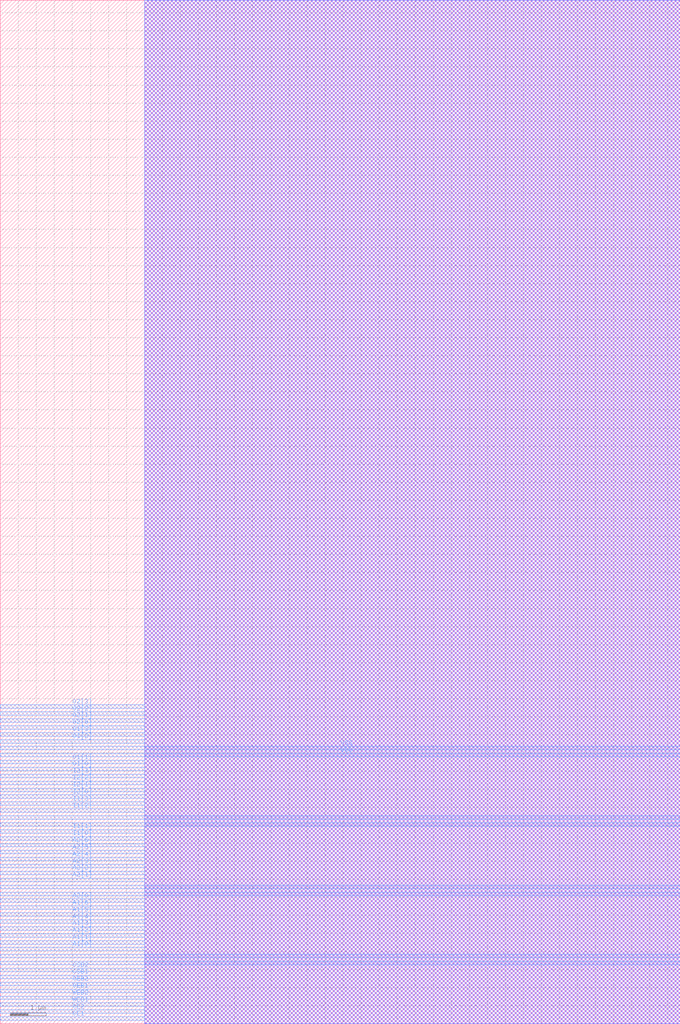
<source format=lef>
VERSION 5.6 ;
BUSBITCHARS "[]" ;
DIVIDERCHAR "/" ;

MACRO SRAM2RW128x4
  CLASS BLOCK ;
  ORIGIN 0 0 ;
  FOREIGN SRAM2RW128x4 0 0 ;
  SIZE 18.848 BY 28.352 ;
  SYMMETRY X Y ;
  SITE coreSite ;
  PIN VDD
    DIRECTION INOUT ;
    USE POWER ;
    PORT 
      LAYER M4 ;
        RECT 0.0 1.632 18.848 1.728 ;
        RECT 0.0 3.552 18.848 3.648 ;
        RECT 0.0 5.472 18.848 5.568 ;
        RECT 0.0 7.392 18.848 7.488 ;
    END 
  END VDD
  PIN VSS
    DIRECTION INOUT ;
    USE GROUND ;
    PORT 
      LAYER M4 ;
        RECT 0.0 1.824 18.848 1.92 ;
        RECT 0.0 3.744 18.848 3.84 ;
        RECT 0.0 5.664 18.848 5.76 ;
        RECT 0.0 7.584 18.848 7.68 ;
    END 
  END VSS
  PIN CE1
    DIRECTION INPUT ;
    USE SIGNAL ;
    PORT 
      LAYER M4 ;
        RECT 0.0 0.096 4.0 0.192 ;
    END 
  END CE1
  PIN CE2
    DIRECTION INPUT ;
    USE SIGNAL ;
    PORT 
      LAYER M4 ;
        RECT 0.0 0.288 4.0 0.384 ;
    END 
  END CE2
  PIN WEB1
    DIRECTION INPUT ;
    USE SIGNAL ;
    PORT 
      LAYER M4 ;
        RECT 0.0 0.48 4.0 0.576 ;
    END 
  END WEB1
  PIN WEB2
    DIRECTION INPUT ;
    USE SIGNAL ;
    PORT 
      LAYER M4 ;
        RECT 0.0 0.672 4.0 0.768 ;
    END 
  END WEB2
  PIN OEB1
    DIRECTION INPUT ;
    USE SIGNAL ;
    PORT 
      LAYER M4 ;
        RECT 0.0 0.864 4.0 0.96 ;
    END 
  END OEB1
  PIN OEB2
    DIRECTION INPUT ;
    USE SIGNAL ;
    PORT 
      LAYER M4 ;
        RECT 0.0 1.056 4.0 1.152 ;
    END 
  END OEB2
  PIN CSB1
    DIRECTION INPUT ;
    USE SIGNAL ;
    PORT 
      LAYER M4 ;
        RECT 0.0 1.248 4.0 1.344 ;
    END 
  END CSB1
  PIN CSB2
    DIRECTION INPUT ;
    USE SIGNAL ;
    PORT 
      LAYER M4 ;
        RECT 0.0 1.44 4.0 1.536 ;
    END 
  END CSB2
  PIN A1[0]
    DIRECTION INPUT ;
    USE SIGNAL ;
    PORT 
      LAYER M4 ;
        RECT 0.0 2.016 4.0 2.112 ;
    END 
  END A1[0]
  PIN A1[1]
    DIRECTION INPUT ;
    USE SIGNAL ;
    PORT 
      LAYER M4 ;
        RECT 0.0 2.208 4.0 2.304 ;
    END 
  END A1[1]
  PIN A1[2]
    DIRECTION INPUT ;
    USE SIGNAL ;
    PORT 
      LAYER M4 ;
        RECT 0.0 2.4 4.0 2.496 ;
    END 
  END A1[2]
  PIN A1[3]
    DIRECTION INPUT ;
    USE SIGNAL ;
    PORT 
      LAYER M4 ;
        RECT 0.0 2.592 4.0 2.688 ;
    END 
  END A1[3]
  PIN A1[4]
    DIRECTION INPUT ;
    USE SIGNAL ;
    PORT 
      LAYER M4 ;
        RECT 0.0 2.784 4.0 2.88 ;
    END 
  END A1[4]
  PIN A1[5]
    DIRECTION INPUT ;
    USE SIGNAL ;
    PORT 
      LAYER M4 ;
        RECT 0.0 2.976 4.0 3.072 ;
    END 
  END A1[5]
  PIN A1[6]
    DIRECTION INPUT ;
    USE SIGNAL ;
    PORT 
      LAYER M4 ;
        RECT 0.0 3.168 4.0 3.264 ;
    END 
  END A1[6]
  PIN A2[0]
    DIRECTION INPUT ;
    USE SIGNAL ;
    PORT 
      LAYER M4 ;
        RECT 0.0 3.36 4.0 3.456 ;
    END 
  END A2[0]
  PIN A2[1]
    DIRECTION INPUT ;
    USE SIGNAL ;
    PORT 
      LAYER M4 ;
        RECT 0.0 3.936 4.0 4.032 ;
    END 
  END A2[1]
  PIN A2[2]
    DIRECTION INPUT ;
    USE SIGNAL ;
    PORT 
      LAYER M4 ;
        RECT 0.0 4.128 4.0 4.224 ;
    END 
  END A2[2]
  PIN A2[3]
    DIRECTION INPUT ;
    USE SIGNAL ;
    PORT 
      LAYER M4 ;
        RECT 0.0 4.32 4.0 4.416 ;
    END 
  END A2[3]
  PIN A2[4]
    DIRECTION INPUT ;
    USE SIGNAL ;
    PORT 
      LAYER M4 ;
        RECT 0.0 4.512 4.0 4.608 ;
    END 
  END A2[4]
  PIN A2[5]
    DIRECTION INPUT ;
    USE SIGNAL ;
    PORT 
      LAYER M4 ;
        RECT 0.0 4.704 4.0 4.8 ;
    END 
  END A2[5]
  PIN A2[6]
    DIRECTION INPUT ;
    USE SIGNAL ;
    PORT 
      LAYER M4 ;
        RECT 0.0 4.896 4.0 4.992 ;
    END 
  END A2[6]
  PIN I1[0]
    DIRECTION INPUT ;
    USE SIGNAL ;
    PORT 
      LAYER M4 ;
        RECT 0.0 5.088 4.0 5.184 ;
    END 
  END I1[0]
  PIN I1[1]
    DIRECTION INPUT ;
    USE SIGNAL ;
    PORT 
      LAYER M4 ;
        RECT 0.0 5.28 4.0 5.376 ;
    END 
  END I1[1]
  PIN I1[2]
    DIRECTION INPUT ;
    USE SIGNAL ;
    PORT 
      LAYER M4 ;
        RECT 0.0 5.856 4.0 5.952 ;
    END 
  END I1[2]
  PIN I1[3]
    DIRECTION INPUT ;
    USE SIGNAL ;
    PORT 
      LAYER M4 ;
        RECT 0.0 6.048 4.0 6.144 ;
    END 
  END I1[3]
  PIN I2[0]
    DIRECTION INPUT ;
    USE SIGNAL ;
    PORT 
      LAYER M4 ;
        RECT 0.0 6.24 4.0 6.336 ;
    END 
  END I2[0]
  PIN I2[1]
    DIRECTION INPUT ;
    USE SIGNAL ;
    PORT 
      LAYER M4 ;
        RECT 0.0 6.432 4.0 6.528 ;
    END 
  END I2[1]
  PIN I2[2]
    DIRECTION INPUT ;
    USE SIGNAL ;
    PORT 
      LAYER M4 ;
        RECT 0.0 6.624 4.0 6.72 ;
    END 
  END I2[2]
  PIN I2[3]
    DIRECTION INPUT ;
    USE SIGNAL ;
    PORT 
      LAYER M4 ;
        RECT 0.0 6.816 4.0 6.912 ;
    END 
  END I2[3]
  PIN O1[0]
    DIRECTION OUTPUT ;
    USE SIGNAL ;
    PORT 
      LAYER M4 ;
        RECT 0.0 7.008 4.0 7.104 ;
    END 
  END O1[0]
  PIN O1[1]
    DIRECTION OUTPUT ;
    USE SIGNAL ;
    PORT 
      LAYER M4 ;
        RECT 0.0 7.2 4.0 7.296 ;
    END 
  END O1[1]
  PIN O1[2]
    DIRECTION OUTPUT ;
    USE SIGNAL ;
    PORT 
      LAYER M4 ;
        RECT 0.0 7.776 4.0 7.872 ;
    END 
  END O1[2]
  PIN O1[3]
    DIRECTION OUTPUT ;
    USE SIGNAL ;
    PORT 
      LAYER M4 ;
        RECT 0.0 7.968 4.0 8.064 ;
    END 
  END O1[3]
  PIN O2[0]
    DIRECTION OUTPUT ;
    USE SIGNAL ;
    PORT 
      LAYER M4 ;
        RECT 0.0 8.16 4.0 8.256 ;
    END 
  END O2[0]
  PIN O2[1]
    DIRECTION OUTPUT ;
    USE SIGNAL ;
    PORT 
      LAYER M4 ;
        RECT 0.0 8.352 4.0 8.448 ;
    END 
  END O2[1]
  PIN O2[2]
    DIRECTION OUTPUT ;
    USE SIGNAL ;
    PORT 
      LAYER M4 ;
        RECT 0.0 8.544 4.0 8.64 ;
    END 
  END O2[2]
  PIN O2[3]
    DIRECTION OUTPUT ;
    USE SIGNAL ;
    PORT 
      LAYER M4 ;
        RECT 0.0 8.736 4.0 8.832 ;
    END 
  END O2[3]
  OBS 
    LAYER M1 ;
      RECT 4.0 0.0 18.848 28.352 ;
    LAYER M2 ;
      RECT 4.0 0.0 18.848 28.352 ;
    LAYER M3 ;
      RECT 4.0 0.0 18.848 28.352 ;
  END 
END SRAM2RW128x4

END LIBRARY
</source>
